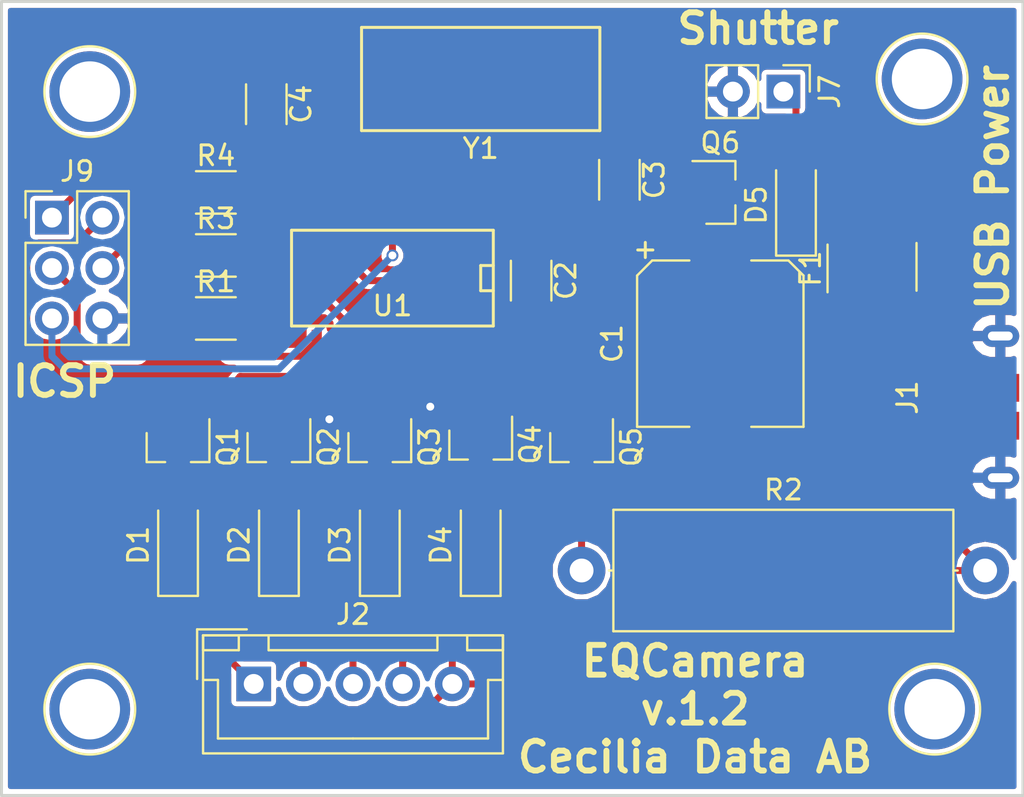
<source format=kicad_pcb>
(kicad_pcb (version 4) (host pcbnew 4.0.7-e2-6376~58~ubuntu16.04.1)
  (layers (0 F.Cu signal hide) (31 B.Cu signal) (34 B.Paste user) (35 F.Paste user) (36 B.SilkS user) (37 F.SilkS user) (38 B.Mask user) (39 F.Mask user) (44 Edge.Cuts user))
  (net 0 "")
  (net 1 +5VD)
  (net 2 GNDD)
  (net 3 "Net-(D1-Pad2)")
  (net 4 "Net-(D2-Pad2)")
  (net 5 "Net-(D3-Pad2)")
  (net 6 "Net-(D4-Pad2)")
  (net 7 "Net-(F1-Pad1)")
  (net 8 "Net-(Q5-Pad3)")
  (net 9 "Net-(Q6-Pad1)")
  (net 10 /XTAL1)
  (net 11 /XTAL2)
  (net 12 /SHUTTERN)
  (net 13 /MISO)
  (net 14 /SCK)
  (net 15 /MOSI)
  (net 16 /RESET)
  (net 17 /PA3)
  (net 18 /PA2)
  (net 19 /PA1)
  (net 20 /PA0)
  (net 21 /PA7)
  (net 22 "Net-(J9-Pad1)")
  (net 23 "Net-(J9-Pad3)")
  (net 24 "Net-(J9-Pad4)")
  (module Connectors:1pin (layer F.Cu) (at 176.53 96.615)
    (fp_text reference REF** hide)
    (fp_text value 1pin)
    (fp_circle (center 0 0) (end 0 -2.286) (layer F.SilkS) (width 0.12))
    (pad 1 thru_hole circle (at 0 0) (size 4.064 4.064) (drill 3.048) (layers *.Cu *.Mask))
  )
  (module Connectors:1pin (layer F.Cu) (at 134.62 97.25)
    (fp_text reference REF** hide)
    (fp_text value 1pin)
    (fp_circle (center 0 0) (end 0 -2.286) (layer F.SilkS) (width 0.12))
    (pad 1 thru_hole circle (at 0 0) (size 4.064 4.064) (drill 3.048) (layers *.Cu *.Mask))
  )
  (module Connectors:1pin (layer F.Cu) (at 134.62 128.365)
    (fp_text reference REF** hide)
    (fp_text value 1pin)
    (fp_circle (center 0 0) (end 0 -2.286) (layer F.SilkS) (width 0.12))
    (pad 1 thru_hole circle (at 0 0) (size 4.064 4.064) (drill 3.048) (layers *.Cu *.Mask))
  )
  (module Capacitors_SMD:CP_Elec_8x5.4 (layer F.Cu) (at 166.37 109.95 270)
    (fp_text reference C1 (at 0 5.45 270) (layer F.SilkS))
    (fp_text value 100u)
    (fp_text user + (at -4.72 3.85 270) (layer F.SilkS))
    (fp_line (start -4.19 -3.43) (end -4.19 -1.56) (layer F.SilkS) (width 0.12))
    (fp_line (start -4.19 3.43) (end -4.19 1.56) (layer F.SilkS) (width 0.12))
    (fp_line (start 4.19 4.19) (end 4.19 1.56) (layer F.SilkS) (width 0.12))
    (fp_line (start 4.19 -4.19) (end 4.19 -1.56) (layer F.SilkS) (width 0.12))
    (fp_line (start 4.19 4.19) (end -3.43 4.19) (layer F.SilkS) (width 0.12))
    (fp_line (start -3.43 4.19) (end -4.19 3.43) (layer F.SilkS) (width 0.12))
    (fp_line (start -4.19 -3.43) (end -3.43 -4.19) (layer F.SilkS) (width 0.12))
    (fp_line (start -3.43 -4.19) (end 4.19 -4.19) (layer F.SilkS) (width 0.12))
    (pad 1 smd rect (at -3.05 0 90) (size 4 2.5) (layers F.Cu F.Paste F.Mask) (net 1 +5VD))
    (pad 2 smd rect (at 3.05 0 90) (size 4 2.5) (layers F.Cu F.Paste F.Mask) (net 2 GNDD))
  )
  (module SMD_Packages:SOIC-14_N (layer F.Cu) (at 149.86 106.775 180)
    (fp_text reference U1 (at 0 -1.27 180) (layer F.SilkS))
    (fp_text value ATTINY441-SSU)
    (fp_line (start 5.08 -2.286) (end 5.08 2.54) (layer F.SilkS) (width 0.15))
    (fp_line (start 5.08 2.54) (end -5.08 2.54) (layer F.SilkS) (width 0.15))
    (fp_line (start -5.08 2.54) (end -5.08 -2.286) (layer F.SilkS) (width 0.15))
    (fp_line (start -5.08 -2.286) (end 5.08 -2.286) (layer F.SilkS) (width 0.15))
    (fp_line (start -5.08 -0.508) (end -4.445 -0.508) (layer F.SilkS) (width 0.15))
    (fp_line (start -4.445 -0.508) (end -4.445 0.762) (layer F.SilkS) (width 0.15))
    (fp_line (start -4.445 0.762) (end -5.08 0.762) (layer F.SilkS) (width 0.15))
    (pad 1 smd rect (at -3.81 3.302 180) (size 0.508 1.143) (layers F.Cu F.Paste F.Mask) (net 1 +5VD))
    (pad 2 smd rect (at -2.54 3.302 180) (size 0.508 1.143) (layers F.Cu F.Paste F.Mask) (net 10 /XTAL1))
    (pad 3 smd rect (at -1.27 3.302 180) (size 0.508 1.143) (layers F.Cu F.Paste F.Mask) (net 9 "Net-(Q6-Pad1)"))
    (pad 4 smd rect (at 0 3.302 180) (size 0.508 1.143) (layers F.Cu F.Paste F.Mask) (net 16 /RESET))
    (pad 5 smd rect (at 1.27 3.302 180) (size 0.508 1.143) (layers F.Cu F.Paste F.Mask) (net 11 /XTAL2))
    (pad 6 smd rect (at 2.54 3.302 180) (size 0.508 1.143) (layers F.Cu F.Paste F.Mask) (net 21 /PA7))
    (pad 7 smd rect (at 3.81 3.302 180) (size 0.508 1.143) (layers F.Cu F.Paste F.Mask) (net 15 /MOSI))
    (pad 8 smd rect (at 3.81 -3.048 180) (size 0.508 1.143) (layers F.Cu F.Paste F.Mask) (net 13 /MISO))
    (pad 9 smd rect (at 2.54 -3.048 180) (size 0.508 1.143) (layers F.Cu F.Paste F.Mask) (net 14 /SCK))
    (pad 11 smd rect (at 0 -3.048 180) (size 0.508 1.143) (layers F.Cu F.Paste F.Mask) (net 18 /PA2))
    (pad 12 smd rect (at -1.27 -3.048 180) (size 0.508 1.143) (layers F.Cu F.Paste F.Mask) (net 19 /PA1))
    (pad 13 smd rect (at -2.54 -3.048 180) (size 0.508 1.143) (layers F.Cu F.Paste F.Mask) (net 20 /PA0))
    (pad 14 smd rect (at -3.81 -3.048 180) (size 0.508 1.143) (layers F.Cu F.Paste F.Mask) (net 2 GNDD))
    (pad 10 smd rect (at 1.27 -3.048 180) (size 0.508 1.143) (layers F.Cu F.Paste F.Mask) (net 17 /PA3))
  )
  (module TO_SOT_Packages_SMD:SOT-23 (layer F.Cu) (at 139.065 115.157 270)
    (fp_text reference Q1 (at 0 -2.5 270) (layer F.SilkS))
    (fp_text value Q_NMOS_GDS)
    (fp_line (start 0.76 1.58) (end 0.76 0.65) (layer F.SilkS) (width 0.12))
    (fp_line (start 0.76 -1.58) (end 0.76 -0.65) (layer F.SilkS) (width 0.12))
    (fp_line (start 0.76 -1.58) (end -1.4 -1.58) (layer F.SilkS) (width 0.12))
    (fp_line (start 0.76 1.58) (end -0.7 1.58) (layer F.SilkS) (width 0.12))
    (pad 1 smd rect (at -1 -0.95 270) (size 0.9 0.8) (layers F.Cu F.Paste F.Mask) (net 17 /PA3))
    (pad 2 smd rect (at -1 0.95 270) (size 0.9 0.8) (layers F.Cu F.Paste F.Mask) (net 2 GNDD))
    (pad 3 smd rect (at 1 0 270) (size 0.9 0.8) (layers F.Cu F.Paste F.Mask) (net 3 "Net-(D1-Pad2)"))
  )
  (module TO_SOT_Packages_SMD:SOT-23 (layer F.Cu) (at 144.145 115.157 270)
    (fp_text reference Q2 (at 0 -2.5 270) (layer F.SilkS))
    (fp_text value Q_NMOS_GDS)
    (fp_line (start 0.76 1.58) (end 0.76 0.65) (layer F.SilkS) (width 0.12))
    (fp_line (start 0.76 -1.58) (end 0.76 -0.65) (layer F.SilkS) (width 0.12))
    (fp_line (start 0.76 -1.58) (end -1.4 -1.58) (layer F.SilkS) (width 0.12))
    (fp_line (start 0.76 1.58) (end -0.7 1.58) (layer F.SilkS) (width 0.12))
    (pad 1 smd rect (at -1 -0.95 270) (size 0.9 0.8) (layers F.Cu F.Paste F.Mask) (net 18 /PA2))
    (pad 2 smd rect (at -1 0.95 270) (size 0.9 0.8) (layers F.Cu F.Paste F.Mask) (net 2 GNDD))
    (pad 3 smd rect (at 1 0 270) (size 0.9 0.8) (layers F.Cu F.Paste F.Mask) (net 4 "Net-(D2-Pad2)"))
  )
  (module TO_SOT_Packages_SMD:SOT-23 (layer F.Cu) (at 149.225 115.157 270)
    (fp_text reference Q3 (at 0 -2.5 270) (layer F.SilkS))
    (fp_text value Q_NMOS_GDS)
    (fp_line (start 0.76 1.58) (end 0.76 0.65) (layer F.SilkS) (width 0.12))
    (fp_line (start 0.76 -1.58) (end 0.76 -0.65) (layer F.SilkS) (width 0.12))
    (fp_line (start 0.76 -1.58) (end -1.4 -1.58) (layer F.SilkS) (width 0.12))
    (fp_line (start 0.76 1.58) (end -0.7 1.58) (layer F.SilkS) (width 0.12))
    (pad 1 smd rect (at -1 -0.95 270) (size 0.9 0.8) (layers F.Cu F.Paste F.Mask) (net 19 /PA1))
    (pad 2 smd rect (at -1 0.95 270) (size 0.9 0.8) (layers F.Cu F.Paste F.Mask) (net 2 GNDD))
    (pad 3 smd rect (at 1 0 270) (size 0.9 0.8) (layers F.Cu F.Paste F.Mask) (net 5 "Net-(D3-Pad2)"))
  )
  (module TO_SOT_Packages_SMD:SOT-23 (layer F.Cu) (at 154.305 115.03 270)
    (fp_text reference Q4 (at 0 -2.5 270) (layer F.SilkS))
    (fp_text value Q_NMOS_GDS)
    (fp_line (start 0.76 1.58) (end 0.76 0.65) (layer F.SilkS) (width 0.12))
    (fp_line (start 0.76 -1.58) (end 0.76 -0.65) (layer F.SilkS) (width 0.12))
    (fp_line (start 0.76 -1.58) (end -1.4 -1.58) (layer F.SilkS) (width 0.12))
    (fp_line (start 0.76 1.58) (end -0.7 1.58) (layer F.SilkS) (width 0.12))
    (pad 1 smd rect (at -1 -0.95 270) (size 0.9 0.8) (layers F.Cu F.Paste F.Mask) (net 20 /PA0))
    (pad 2 smd rect (at -1 0.95 270) (size 0.9 0.8) (layers F.Cu F.Paste F.Mask) (net 2 GNDD))
    (pad 3 smd rect (at 1 0 270) (size 0.9 0.8) (layers F.Cu F.Paste F.Mask) (net 6 "Net-(D4-Pad2)"))
  )
  (module TO_SOT_Packages_SMD:SOT-23 (layer F.Cu) (at 159.385 115.157 270)
    (fp_text reference Q5 (at 0 -2.5 270) (layer F.SilkS))
    (fp_text value Q_NMOS_GDS)
    (fp_line (start 0.76 1.58) (end 0.76 0.65) (layer F.SilkS) (width 0.12))
    (fp_line (start 0.76 -1.58) (end 0.76 -0.65) (layer F.SilkS) (width 0.12))
    (fp_line (start 0.76 -1.58) (end -1.4 -1.58) (layer F.SilkS) (width 0.12))
    (fp_line (start 0.76 1.58) (end -0.7 1.58) (layer F.SilkS) (width 0.12))
    (pad 1 smd rect (at -1 -0.95 270) (size 0.9 0.8) (layers F.Cu F.Paste F.Mask) (net 21 /PA7))
    (pad 2 smd rect (at -1 0.95 270) (size 0.9 0.8) (layers F.Cu F.Paste F.Mask) (net 2 GNDD))
    (pad 3 smd rect (at 1 0 270) (size 0.9 0.8) (layers F.Cu F.Paste F.Mask) (net 8 "Net-(Q5-Pad3)"))
  )
  (module Pin_Headers:Pin_Header_Straight_2x03_Pitch2.54mm (layer F.Cu) (at 132.715 103.6)
    (fp_text reference J9 (at 1.27 -2.33) (layer F.SilkS))
    (fp_text value Conn_02x03_Odd_Even)
    (fp_line (start -1.33 6.41) (end 3.87 6.41) (layer F.SilkS) (width 0.12))
    (fp_line (start -1.33 1.27) (end -1.33 6.41) (layer F.SilkS) (width 0.12))
    (fp_line (start 3.87 -1.33) (end 3.87 6.41) (layer F.SilkS) (width 0.12))
    (fp_line (start -1.33 1.27) (end 1.27 1.27) (layer F.SilkS) (width 0.12))
    (fp_line (start 1.27 1.27) (end 1.27 -1.33) (layer F.SilkS) (width 0.12))
    (fp_line (start 1.27 -1.33) (end 3.87 -1.33) (layer F.SilkS) (width 0.12))
    (fp_line (start -1.33 0) (end -1.33 -1.33) (layer F.SilkS) (width 0.12))
    (fp_line (start -1.33 -1.33) (end 0 -1.33) (layer F.SilkS) (width 0.12))
    (pad 1 thru_hole rect (at 0 0) (size 1.7 1.7) (drill 1) (layers *.Cu *.Mask) (net 22 "Net-(J9-Pad1)"))
    (pad 2 thru_hole oval (at 2.54 0) (size 1.7 1.7) (drill 1) (layers *.Cu *.Mask) (net 1 +5VD))
    (pad 3 thru_hole oval (at 0 2.54) (size 1.7 1.7) (drill 1) (layers *.Cu *.Mask) (net 23 "Net-(J9-Pad3)"))
    (pad 4 thru_hole oval (at 2.54 2.54) (size 1.7 1.7) (drill 1) (layers *.Cu *.Mask) (net 24 "Net-(J9-Pad4)"))
    (pad 5 thru_hole oval (at 0 5.08) (size 1.7 1.7) (drill 1) (layers *.Cu *.Mask) (net 16 /RESET))
    (pad 6 thru_hole oval (at 2.54 5.08) (size 1.7 1.7) (drill 1) (layers *.Cu *.Mask) (net 2 GNDD))
  )
  (module Capacitors_SMD:C_1206 (layer F.Cu) (at 156.845 106.775 270)
    (fp_text reference C2 (at 0 -1.75 270) (layer F.SilkS))
    (fp_text value 100n)
    (fp_line (start 1 -1.02) (end -1 -1.02) (layer F.SilkS) (width 0.12))
    (fp_line (start -1 1.02) (end 1 1.02) (layer F.SilkS) (width 0.12))
    (pad 1 smd rect (at -1.5 0 270) (size 1 1.6) (layers F.Cu F.Paste F.Mask) (net 1 +5VD))
    (pad 2 smd rect (at 1.5 0 270) (size 1 1.6) (layers F.Cu F.Paste F.Mask) (net 2 GNDD))
  )
  (module Capacitors_SMD:C_1206 (layer F.Cu) (at 161.29 101.695 270)
    (fp_text reference C3 (at 0 -1.75 270) (layer F.SilkS))
    (fp_text value 20p)
    (fp_line (start 1 -1.02) (end -1 -1.02) (layer F.SilkS) (width 0.12))
    (fp_line (start -1 1.02) (end 1 1.02) (layer F.SilkS) (width 0.12))
    (pad 1 smd rect (at -1.5 0 270) (size 1 1.6) (layers F.Cu F.Paste F.Mask) (net 10 /XTAL1))
    (pad 2 smd rect (at 1.5 0 270) (size 1 1.6) (layers F.Cu F.Paste F.Mask) (net 2 GNDD))
  )
  (module Capacitors_SMD:C_1206 (layer F.Cu) (at 143.51 97.885 270)
    (fp_text reference C4 (at 0 -1.75 270) (layer F.SilkS))
    (fp_text value 20p)
    (fp_line (start 1 -1.02) (end -1 -1.02) (layer F.SilkS) (width 0.12))
    (fp_line (start -1 1.02) (end 1 1.02) (layer F.SilkS) (width 0.12))
    (pad 1 smd rect (at -1.5 0 270) (size 1 1.6) (layers F.Cu F.Paste F.Mask) (net 11 /XTAL2))
    (pad 2 smd rect (at 1.5 0 270) (size 1 1.6) (layers F.Cu F.Paste F.Mask) (net 2 GNDD))
  )
  (module Resistors_THT:R_Axial_DIN0617_L17.0mm_D6.0mm_P20.32mm_Horizontal (layer F.Cu) (at 159.385 121.38)
    (fp_text reference R2 (at 10.16 -4.06) (layer F.SilkS))
    (fp_text value 39)
    (fp_line (start 1.6 -3.06) (end 1.6 3.06) (layer F.SilkS) (width 0.12))
    (fp_line (start 1.6 3.06) (end 18.72 3.06) (layer F.SilkS) (width 0.12))
    (fp_line (start 18.72 3.06) (end 18.72 -3.06) (layer F.SilkS) (width 0.12))
    (fp_line (start 18.72 -3.06) (end 1.6 -3.06) (layer F.SilkS) (width 0.12))
    (fp_line (start 1.38 0) (end 1.6 0) (layer F.SilkS) (width 0.12))
    (fp_line (start 18.94 0) (end 18.72 0) (layer F.SilkS) (width 0.12))
    (pad 1 thru_hole circle (at 0 0) (size 2.4 2.4) (drill 1.2) (layers *.Cu *.Mask) (net 8 "Net-(Q5-Pad3)"))
    (pad 2 thru_hole oval (at 20.32 0) (size 2.4 2.4) (drill 1.2) (layers *.Cu *.Mask) (net 1 +5VD))
  )
  (module Pin_Headers:Pin_Header_Straight_1x02_Pitch2.54mm (layer F.Cu) (at 169.545 97.25 270)
    (fp_text reference J7 (at 0 -2.33 270) (layer F.SilkS))
    (fp_text value Conn_01x02)
    (fp_line (start -1.33 3.87) (end 1.33 3.87) (layer F.SilkS) (width 0.12))
    (fp_line (start -1.33 1.27) (end -1.33 3.87) (layer F.SilkS) (width 0.12))
    (fp_line (start 1.33 1.27) (end 1.33 3.87) (layer F.SilkS) (width 0.12))
    (fp_line (start -1.33 1.27) (end 1.33 1.27) (layer F.SilkS) (width 0.12))
    (fp_line (start -1.33 0) (end -1.33 -1.33) (layer F.SilkS) (width 0.12))
    (fp_line (start -1.33 -1.33) (end 0 -1.33) (layer F.SilkS) (width 0.12))
    (pad 1 thru_hole rect (at 0 0 270) (size 1.7 1.7) (drill 1) (layers *.Cu *.Mask) (net 12 /SHUTTERN))
    (pad 2 thru_hole oval (at 0 2.54 270) (size 1.7 1.7) (drill 1) (layers *.Cu *.Mask) (net 2 GNDD))
  )
  (module TO_SOT_Packages_SMD:SOT-23 (layer F.Cu) (at 166.37 102.33)
    (fp_text reference Q6 (at 0 -2.5) (layer F.SilkS))
    (fp_text value Q_NMOS_GDS)
    (fp_line (start 0.76 1.58) (end 0.76 0.65) (layer F.SilkS) (width 0.12))
    (fp_line (start 0.76 -1.58) (end 0.76 -0.65) (layer F.SilkS) (width 0.12))
    (fp_line (start 0.76 -1.58) (end -1.4 -1.58) (layer F.SilkS) (width 0.12))
    (fp_line (start 0.76 1.58) (end -0.7 1.58) (layer F.SilkS) (width 0.12))
    (pad 1 smd rect (at -1 -0.95) (size 0.9 0.8) (layers F.Cu F.Paste F.Mask) (net 9 "Net-(Q6-Pad1)"))
    (pad 2 smd rect (at -1 0.95) (size 0.9 0.8) (layers F.Cu F.Paste F.Mask) (net 2 GNDD))
    (pad 3 smd rect (at 1 0) (size 0.9 0.8) (layers F.Cu F.Paste F.Mask) (net 12 /SHUTTERN))
  )
  (module lasse:Resonator-SMD_2pin_10.0x5.0x4.5mm (layer F.Cu) (at 154.305 96.615 180)
    (fp_text reference Y1 (at 0 -3.5 180) (layer F.SilkS))
    (fp_text value Crystal)
    (fp_line (start -6 -2.6) (end 6 -2.6) (layer F.SilkS) (width 0.15))
    (fp_line (start 6 -2.6) (end 6 2.6) (layer F.SilkS) (width 0.15))
    (fp_line (start 6 2.6) (end -6 2.6) (layer F.SilkS) (width 0.15))
    (fp_line (start -6 2.6) (end -6 -2.6) (layer F.SilkS) (width 0.15))
    (pad 1 smd rect (at -5.25 0 180) (size 5.5 2) (layers F.Cu F.Paste F.Mask) (net 10 /XTAL1))
    (pad 2 smd rect (at 5.25 0 180) (size 5.5 2) (layers F.Cu F.Paste F.Mask) (net 11 /XTAL2))
  )
  (module Diodes_SMD:D_MiniMELF (layer F.Cu) (at 139.065 120.11 90)
    (fp_text reference D1 (at 0 -2 90) (layer F.SilkS))
    (fp_text value 1N4148)
    (fp_line (start 1.75 -1) (end -2.55 -1) (layer F.SilkS) (width 0.12))
    (fp_line (start -2.55 -1) (end -2.55 1) (layer F.SilkS) (width 0.12))
    (fp_line (start -2.55 1) (end 1.75 1) (layer F.SilkS) (width 0.12))
    (pad 1 smd rect (at -1.75 0 90) (size 1.3 1.7) (layers F.Cu F.Paste F.Mask) (net 1 +5VD))
    (pad 2 smd rect (at 1.75 0 90) (size 1.3 1.7) (layers F.Cu F.Paste F.Mask) (net 3 "Net-(D1-Pad2)"))
  )
  (module Diodes_SMD:D_MiniMELF (layer F.Cu) (at 144.145 120.11 90)
    (fp_text reference D2 (at 0 -2 90) (layer F.SilkS))
    (fp_text value 1N4148)
    (fp_line (start 1.75 -1) (end -2.55 -1) (layer F.SilkS) (width 0.12))
    (fp_line (start -2.55 -1) (end -2.55 1) (layer F.SilkS) (width 0.12))
    (fp_line (start -2.55 1) (end 1.75 1) (layer F.SilkS) (width 0.12))
    (pad 1 smd rect (at -1.75 0 90) (size 1.3 1.7) (layers F.Cu F.Paste F.Mask) (net 1 +5VD))
    (pad 2 smd rect (at 1.75 0 90) (size 1.3 1.7) (layers F.Cu F.Paste F.Mask) (net 4 "Net-(D2-Pad2)"))
  )
  (module Diodes_SMD:D_MiniMELF (layer F.Cu) (at 149.225 120.11 90)
    (fp_text reference D3 (at 0 -2 90) (layer F.SilkS))
    (fp_text value 1N4148)
    (fp_line (start 1.75 -1) (end -2.55 -1) (layer F.SilkS) (width 0.12))
    (fp_line (start -2.55 -1) (end -2.55 1) (layer F.SilkS) (width 0.12))
    (fp_line (start -2.55 1) (end 1.75 1) (layer F.SilkS) (width 0.12))
    (pad 1 smd rect (at -1.75 0 90) (size 1.3 1.7) (layers F.Cu F.Paste F.Mask) (net 1 +5VD))
    (pad 2 smd rect (at 1.75 0 90) (size 1.3 1.7) (layers F.Cu F.Paste F.Mask) (net 5 "Net-(D3-Pad2)"))
  )
  (module Diodes_SMD:D_MiniMELF (layer F.Cu) (at 154.305 120.11 90)
    (fp_text reference D4 (at 0 -2 90) (layer F.SilkS))
    (fp_text value 1N4148)
    (fp_line (start 1.75 -1) (end -2.55 -1) (layer F.SilkS) (width 0.12))
    (fp_line (start -2.55 -1) (end -2.55 1) (layer F.SilkS) (width 0.12))
    (fp_line (start -2.55 1) (end 1.75 1) (layer F.SilkS) (width 0.12))
    (pad 1 smd rect (at -1.75 0 90) (size 1.3 1.7) (layers F.Cu F.Paste F.Mask) (net 1 +5VD))
    (pad 2 smd rect (at 1.75 0 90) (size 1.3 1.7) (layers F.Cu F.Paste F.Mask) (net 6 "Net-(D4-Pad2)"))
  )
  (module lasse:Fuse_SMS-5.2x4.2mm (layer F.Cu) (at 173.99 106.14 90)
    (fp_text reference F1 (at -0.03 -3.08 90) (layer F.SilkS))
    (fp_text value Polyfuse)
    (fp_line (start -1.14 2.26) (end 1.26 2.26) (layer F.SilkS) (width 0.12))
    (fp_line (start -1.22 -2.22) (end 1.18 -2.22) (layer F.SilkS) (width 0.12))
    (pad 2 smd rect (at 2.5 0 90) (size 2.2 4.2) (layers F.Cu F.Paste F.Mask) (net 1 +5VD))
    (pad 1 smd rect (at -2.5 0 90) (size 2.2 4.2) (layers F.Cu F.Paste F.Mask) (net 7 "Net-(F1-Pad1)"))
  )
  (module lasse:USB_Micro-USB3135-30-A (layer F.Cu) (at 179.07 113.125 90)
    (fp_text reference J1 (at 0.46 -3.28 90) (layer F.SilkS))
    (fp_text value USB_OTG)
    (pad 6 thru_hole oval (at -3.58 1.4 90) (size 1.1 1.9) (drill oval 0.45 1.25) (layers *.Cu *.Mask) (net 2 GNDD))
    (pad 6 smd rect (at 0.95 1.4 90) (size 1.4 1.9) (layers F.Cu F.Paste F.Mask) (net 2 GNDD))
    (pad 6 thru_hole oval (at 3.56 1.4 90) (size 1.1 1.9) (drill oval 0.45 1.25) (layers *.Cu *.Mask) (net 2 GNDD))
    (pad 1 smd rect (at 1.29 -1.27 90) (size 0.45 1.38) (layers F.Cu F.Paste F.Mask) (net 7 "Net-(F1-Pad1)"))
    (pad 2 smd rect (at 0.64 -1.27 90) (size 0.45 1.38) (layers F.Cu F.Paste F.Mask))
    (pad 3 smd rect (at -0.01 -1.27 90) (size 0.45 1.38) (layers F.Cu F.Paste F.Mask))
    (pad 4 smd rect (at -0.66 -1.27 90) (size 0.45 1.38) (layers F.Cu F.Paste F.Mask))
    (pad 5 smd rect (at -1.32 -1.27 90) (size 0.45 1.38) (layers F.Cu F.Paste F.Mask) (net 2 GNDD))
    (pad 6 smd rect (at -0.96 1.4 90) (size 1.4 1.9) (layers F.Cu F.Paste F.Mask) (net 2 GNDD))
  )
  (module Connectors:1pin (layer F.Cu) (at 177.165 128.365)
    (fp_text reference REF** hide)
    (fp_text value 1pin)
    (fp_circle (center 0 0) (end 0 -2.286) (layer F.SilkS) (width 0.12))
    (pad 1 thru_hole circle (at 0 0) (size 4.064 4.064) (drill 3.048) (layers *.Cu *.Mask))
  )
  (module Connectors_JST:JST_XH_B05B-XH-A_05x2.50mm_Straight (layer F.Cu) (at 142.875 127.095)
    (fp_text reference J2 (at 5 -3.5) (layer F.SilkS))
    (fp_text value Conn_01x05)
    (fp_line (start -2.55 -2.45) (end -2.55 3.5) (layer F.SilkS) (width 0.12))
    (fp_line (start -2.55 3.5) (end 12.55 3.5) (layer F.SilkS) (width 0.12))
    (fp_line (start 12.55 3.5) (end 12.55 -2.45) (layer F.SilkS) (width 0.12))
    (fp_line (start 12.55 -2.45) (end -2.55 -2.45) (layer F.SilkS) (width 0.12))
    (fp_line (start 0.75 -2.45) (end 0.75 -1.7) (layer F.SilkS) (width 0.12))
    (fp_line (start 0.75 -1.7) (end 9.25 -1.7) (layer F.SilkS) (width 0.12))
    (fp_line (start 9.25 -1.7) (end 9.25 -2.45) (layer F.SilkS) (width 0.12))
    (fp_line (start 9.25 -2.45) (end 0.75 -2.45) (layer F.SilkS) (width 0.12))
    (fp_line (start -2.55 -2.45) (end -2.55 -1.7) (layer F.SilkS) (width 0.12))
    (fp_line (start -2.55 -1.7) (end -0.75 -1.7) (layer F.SilkS) (width 0.12))
    (fp_line (start -0.75 -1.7) (end -0.75 -2.45) (layer F.SilkS) (width 0.12))
    (fp_line (start -0.75 -2.45) (end -2.55 -2.45) (layer F.SilkS) (width 0.12))
    (fp_line (start 10.75 -2.45) (end 10.75 -1.7) (layer F.SilkS) (width 0.12))
    (fp_line (start 10.75 -1.7) (end 12.55 -1.7) (layer F.SilkS) (width 0.12))
    (fp_line (start 12.55 -1.7) (end 12.55 -2.45) (layer F.SilkS) (width 0.12))
    (fp_line (start 12.55 -2.45) (end 10.75 -2.45) (layer F.SilkS) (width 0.12))
    (fp_line (start -2.55 -0.2) (end -1.8 -0.2) (layer F.SilkS) (width 0.12))
    (fp_line (start -1.8 -0.2) (end -1.8 2.75) (layer F.SilkS) (width 0.12))
    (fp_line (start -1.8 2.75) (end 5 2.75) (layer F.SilkS) (width 0.12))
    (fp_line (start 12.55 -0.2) (end 11.8 -0.2) (layer F.SilkS) (width 0.12))
    (fp_line (start 11.8 -0.2) (end 11.8 2.75) (layer F.SilkS) (width 0.12))
    (fp_line (start 11.8 2.75) (end 5 2.75) (layer F.SilkS) (width 0.12))
    (fp_line (start -0.35 -2.75) (end -2.85 -2.75) (layer F.SilkS) (width 0.12))
    (fp_line (start -2.85 -2.75) (end -2.85 -0.25) (layer F.SilkS) (width 0.12))
    (pad 1 thru_hole rect (at 0 0) (size 1.75 1.75) (drill 1) (layers *.Cu *.Mask) (net 3 "Net-(D1-Pad2)"))
    (pad 2 thru_hole circle (at 2.5 0) (size 1.75 1.75) (drill 1) (layers *.Cu *.Mask) (net 4 "Net-(D2-Pad2)"))
    (pad 3 thru_hole circle (at 5 0) (size 1.75 1.75) (drill 1) (layers *.Cu *.Mask) (net 5 "Net-(D3-Pad2)"))
    (pad 4 thru_hole circle (at 7.5 0) (size 1.75 1.75) (drill 1) (layers *.Cu *.Mask) (net 6 "Net-(D4-Pad2)"))
    (pad 5 thru_hole circle (at 10 0) (size 1.75 1.75) (drill 1) (layers *.Cu *.Mask) (net 1 +5VD))
  )
  (module Diodes_SMD:D_MiniMELF (layer F.Cu) (at 170.18 102.965 90)
    (fp_text reference D5 (at 0 -2 90) (layer F.SilkS))
    (fp_text value 1N4148)
    (fp_line (start 1.75 -1) (end -2.55 -1) (layer F.SilkS) (width 0.12))
    (fp_line (start -2.55 -1) (end -2.55 1) (layer F.SilkS) (width 0.12))
    (fp_line (start -2.55 1) (end 1.75 1) (layer F.SilkS) (width 0.12))
    (pad 1 smd rect (at -1.75 0 90) (size 1.3 1.7) (layers F.Cu F.Paste F.Mask) (net 1 +5VD))
    (pad 2 smd rect (at 1.75 0 90) (size 1.3 1.7) (layers F.Cu F.Paste F.Mask) (net 12 /SHUTTERN))
  )
  (module Resistors_SMD:R_1206_HandSoldering (layer F.Cu) (at 140.97 108.68)
    (fp_text reference R1 (at 0 -1.85) (layer F.SilkS))
    (fp_text value 680)
    (fp_line (start 1 1.07) (end -1 1.07) (layer F.SilkS) (width 0.12))
    (fp_line (start -1 -1.07) (end 1 -1.07) (layer F.SilkS) (width 0.12))
    (pad 1 smd rect (at -2 0) (size 2 1.7) (layers F.Cu F.Paste F.Mask) (net 23 "Net-(J9-Pad3)"))
    (pad 2 smd rect (at 2 0) (size 2 1.7) (layers F.Cu F.Paste F.Mask) (net 14 /SCK))
  )
  (module Resistors_SMD:R_1206_HandSoldering (layer F.Cu) (at 140.97 105.505)
    (fp_text reference R3 (at 0 -1.85) (layer F.SilkS))
    (fp_text value 680)
    (fp_line (start 1 1.07) (end -1 1.07) (layer F.SilkS) (width 0.12))
    (fp_line (start -1 -1.07) (end 1 -1.07) (layer F.SilkS) (width 0.12))
    (pad 1 smd rect (at -2 0) (size 2 1.7) (layers F.Cu F.Paste F.Mask) (net 22 "Net-(J9-Pad1)"))
    (pad 2 smd rect (at 2 0) (size 2 1.7) (layers F.Cu F.Paste F.Mask) (net 13 /MISO))
  )
  (module Resistors_SMD:R_1206_HandSoldering (layer F.Cu) (at 140.97 102.33)
    (fp_text reference R4 (at 0 -1.85) (layer F.SilkS))
    (fp_text value 680)
    (fp_line (start 1 1.07) (end -1 1.07) (layer F.SilkS) (width 0.12))
    (fp_line (start -1 -1.07) (end 1 -1.07) (layer F.SilkS) (width 0.12))
    (pad 1 smd rect (at -2 0) (size 2 1.7) (layers F.Cu F.Paste F.Mask) (net 24 "Net-(J9-Pad4)"))
    (pad 2 smd rect (at 2 0) (size 2 1.7) (layers F.Cu F.Paste F.Mask) (net 15 /MOSI))
  )
  (gr_text "USB Power" (at 180.086 102.076 90) (layer F.SilkS) (effects (font (size 1.5 1.5) (thickness 0.3))))
  (gr_text ICSP (at 133.35 111.855) (layer F.SilkS) (effects (font (size 1.5 1.5) (thickness 0.3))))
  (gr_text "EQCamera\nv.1.2\nCecilia Data AB" (at 165.1 128.365) (layer F.SilkS) (effects (font (size 1.5 1.5) (thickness 0.3))))
  (gr_text Shutter (at 168.275 94.075) (layer F.SilkS) (effects (font (size 1.5 1.5) (thickness 0.3))))
  (gr_line (start 130.175 132.715) (end 130.175 92.71) (angle 90) (layer Edge.Cuts) (width 0.15))
  (gr_line (start 181.61 132.715) (end 130.175 132.715) (angle 90) (layer Edge.Cuts) (width 0.15))
  (gr_line (start 181.61 92.71) (end 181.61 132.715) (angle 90) (layer Edge.Cuts) (width 0.15))
  (gr_line (start 130.175 92.71) (end 181.61 92.71) (angle 90) (layer Edge.Cuts) (width 0.15))
  (segment (start 170.18 104.715) (end 171.255 103.64) (width 0.35) (layer F.Cu) (net 1))
  (segment (start 171.255 103.64) (end 173.99 103.64) (width 0.35) (layer F.Cu) (net 1))
  (segment (start 131.445 119.475) (end 131.445 121.38) (width 0.35) (layer F.Cu) (net 1))
  (segment (start 133.985 104.87) (end 132.08 104.87) (width 0.35) (layer F.Cu) (net 1))
  (segment (start 132.08 104.87) (end 131.445 105.505) (width 0.35) (layer F.Cu) (net 1))
  (segment (start 131.445 105.505) (end 131.445 119.475) (width 0.35) (layer F.Cu) (net 1))
  (segment (start 135.255 103.6) (end 133.985 104.87) (width 0.35) (layer F.Cu) (net 1))
  (segment (start 134.62 124.555) (end 139.065 124.555) (width 0.35) (layer F.Cu) (net 1))
  (segment (start 131.445 121.38) (end 134.62 124.555) (width 0.35) (layer F.Cu) (net 1))
  (segment (start 149.225 121.86) (end 148.435 121.86) (width 0.35) (layer F.Cu) (net 1))
  (segment (start 148.435 121.86) (end 146.685 120.11) (width 0.35) (layer F.Cu) (net 1))
  (segment (start 146.685 120.11) (end 146.685 115.03) (width 0.35) (layer F.Cu) (net 1))
  (segment (start 144.145 121.86) (end 142.72 121.86) (width 0.35) (layer F.Cu) (net 1))
  (segment (start 156.21 120.745) (end 155.095 121.86) (width 0.35) (layer F.Cu) (net 1))
  (segment (start 156.21 115.03) (end 156.21 120.745) (width 0.35) (layer F.Cu) (net 1))
  (segment (start 142.875 115.03) (end 146.685 115.03) (width 0.35) (layer F.Cu) (net 1))
  (segment (start 146.685 115.03) (end 156.21 115.03) (width 0.35) (layer F.Cu) (net 1))
  (segment (start 142.24 115.665) (end 142.875 115.03) (width 0.35) (layer F.Cu) (net 1))
  (segment (start 142.24 121.38) (end 142.24 115.665) (width 0.35) (layer F.Cu) (net 1))
  (segment (start 142.72 121.86) (end 142.24 121.38) (width 0.35) (layer F.Cu) (net 1))
  (segment (start 155.095 121.86) (end 154.305 121.86) (width 0.35) (layer F.Cu) (net 1))
  (segment (start 179.705 121.38) (end 177.165 121.38) (width 0.35) (layer F.Cu) (net 1))
  (segment (start 171.45 127.095) (end 152.875 127.095) (width 0.35) (layer F.Cu) (net 1))
  (segment (start 177.165 121.38) (end 171.45 127.095) (width 0.35) (layer F.Cu) (net 1))
  (segment (start 139.065 121.86) (end 139.065 124.555) (width 0.35) (layer F.Cu) (net 1))
  (segment (start 139.065 124.555) (end 139.065 127.095) (width 0.35) (layer F.Cu) (net 1))
  (segment (start 139.065 127.095) (end 141.605 129.635) (width 0.35) (layer F.Cu) (net 1))
  (segment (start 146.939 129.635) (end 150.335 129.635) (width 0.35) (layer F.Cu) (net 1))
  (segment (start 141.605 129.635) (end 146.939 129.635) (width 0.35) (layer F.Cu) (net 1))
  (segment (start 150.335 129.635) (end 152.875 127.095) (width 0.35) (layer F.Cu) (net 1))
  (segment (start 152.875 127.095) (end 152.875 124.715) (width 0.35) (layer F.Cu) (net 1))
  (segment (start 152.875 124.715) (end 154.305 123.285) (width 0.35) (layer F.Cu) (net 1))
  (segment (start 154.305 123.285) (end 154.305 121.86) (width 0.35) (layer F.Cu) (net 1))
  (segment (start 173.99 103.64) (end 173.99 101.06) (width 0.35) (layer F.Cu) (net 1))
  (segment (start 155.448 101.695) (end 154.686 102.457) (width 0.35) (layer F.Cu) (net 1))
  (segment (start 154.686 102.457) (end 153.67 103.473) (width 0.35) (layer F.Cu) (net 1))
  (segment (start 163.195 101.695) (end 155.448 101.695) (width 0.35) (layer F.Cu) (net 1))
  (segment (start 163.83 101.06) (end 163.195 101.695) (width 0.35) (layer F.Cu) (net 1))
  (segment (start 163.83 95.98) (end 163.83 101.06) (width 0.35) (layer F.Cu) (net 1))
  (segment (start 165.1 94.71) (end 163.83 95.98) (width 0.35) (layer F.Cu) (net 1))
  (segment (start 171.45 94.71) (end 165.1 94.71) (width 0.35) (layer F.Cu) (net 1))
  (segment (start 172.72 95.98) (end 171.45 94.71) (width 0.35) (layer F.Cu) (net 1))
  (segment (start 172.72 99.79) (end 172.72 95.98) (width 0.35) (layer F.Cu) (net 1))
  (segment (start 173.99 101.06) (end 172.72 99.79) (width 0.35) (layer F.Cu) (net 1))
  (segment (start 166.37 106.9) (end 158.47 106.9) (width 0.35) (layer F.Cu) (net 1))
  (segment (start 158.47 106.9) (end 156.845 105.275) (width 0.35) (layer F.Cu) (net 1))
  (segment (start 179.705 121.38) (end 166.37 108.045) (width 0.35) (layer F.Cu) (net 1))
  (segment (start 166.37 108.045) (end 166.37 106.9) (width 0.35) (layer F.Cu) (net 1))
  (segment (start 173.99 103.64) (end 170.73 106.9) (width 0.35) (layer F.Cu) (net 1))
  (segment (start 170.73 106.9) (end 166.37 106.9) (width 0.35) (layer F.Cu) (net 1))
  (segment (start 148.275 114.157) (end 147.082 114.157) (width 0.35) (layer F.Cu) (net 2))
  (via (at 146.685 113.76) (size 0.6) (drill 0.4) (layers F.Cu B.Cu) (net 2))
  (segment (start 147.082 114.157) (end 146.685 113.76) (width 0.35) (layer F.Cu) (net 2))
  (segment (start 153.355 114.03) (end 152.67 114.03) (width 0.35) (layer F.Cu) (net 2))
  (via (at 151.765 113.125) (size 0.6) (drill 0.4) (layers F.Cu B.Cu) (net 2))
  (segment (start 152.67 114.03) (end 151.765 113.125) (width 0.35) (layer F.Cu) (net 2))
  (segment (start 140.97 120.11) (end 140.97 118.84) (width 0.35) (layer F.Cu) (net 3))
  (segment (start 140.97 125.19) (end 140.97 120.11) (width 0.35) (layer F.Cu) (net 3))
  (segment (start 142.875 127.095) (end 140.97 125.19) (width 0.35) (layer F.Cu) (net 3))
  (segment (start 140.49 118.36) (end 139.065 118.36) (width 0.35) (layer F.Cu) (net 3))
  (segment (start 140.97 118.84) (end 140.49 118.36) (width 0.35) (layer F.Cu) (net 3))
  (segment (start 139.22 118.36) (end 139.065 118.36) (width 0.35) (layer F.Cu) (net 3))
  (segment (start 139.065 116.157) (end 139.065 118.36) (width 0.35) (layer F.Cu) (net 3))
  (segment (start 146.05 120.265) (end 146.05 118.84) (width 0.35) (layer F.Cu) (net 4))
  (segment (start 145.375 125.865) (end 146.05 125.19) (width 0.35) (layer F.Cu) (net 4))
  (segment (start 146.05 125.19) (end 146.05 120.265) (width 0.35) (layer F.Cu) (net 4))
  (segment (start 145.375 127.095) (end 145.375 125.865) (width 0.35) (layer F.Cu) (net 4))
  (segment (start 145.57 118.36) (end 144.145 118.36) (width 0.35) (layer F.Cu) (net 4))
  (segment (start 146.05 118.84) (end 145.57 118.36) (width 0.35) (layer F.Cu) (net 4))
  (segment (start 144.145 116.157) (end 144.145 118.36) (width 0.35) (layer F.Cu) (net 4))
  (segment (start 147.875 127.095) (end 147.875 125.27) (width 0.35) (layer F.Cu) (net 5))
  (segment (start 151.13 120.265) (end 149.225 118.36) (width 0.35) (layer F.Cu) (net 5))
  (segment (start 151.13 123.285) (end 151.13 120.265) (width 0.35) (layer F.Cu) (net 5))
  (segment (start 150.495 123.92) (end 151.13 123.285) (width 0.35) (layer F.Cu) (net 5))
  (segment (start 149.225 123.92) (end 150.495 123.92) (width 0.35) (layer F.Cu) (net 5))
  (segment (start 147.875 125.27) (end 149.225 123.92) (width 0.35) (layer F.Cu) (net 5))
  (segment (start 149.225 116.157) (end 149.225 118.36) (width 0.35) (layer F.Cu) (net 5))
  (segment (start 150.375 127.095) (end 150.375 125.945) (width 0.35) (layer F.Cu) (net 6))
  (segment (start 152.4 120.745) (end 154.305 118.84) (width 0.35) (layer F.Cu) (net 6))
  (segment (start 152.4 123.92) (end 152.4 120.745) (width 0.35) (layer F.Cu) (net 6))
  (segment (start 150.375 125.945) (end 152.4 123.92) (width 0.35) (layer F.Cu) (net 6))
  (segment (start 154.305 118.84) (end 154.305 118.36) (width 0.35) (layer F.Cu) (net 6))
  (segment (start 154.305 116.03) (end 154.305 118.36) (width 0.35) (layer F.Cu) (net 6))
  (segment (start 177.8 111.835) (end 174.605 108.64) (width 0.35) (layer F.Cu) (net 7))
  (segment (start 174.605 108.64) (end 173.99 108.64) (width 0.35) (layer F.Cu) (net 7))
  (segment (start 159.385 116.157) (end 159.385 121.38) (width 0.35) (layer F.Cu) (net 8))
  (segment (start 165.37 101.38) (end 165.37 101.425) (width 0.35) (layer F.Cu) (net 9))
  (segment (start 165.37 101.425) (end 163.83 102.965) (width 0.35) (layer F.Cu) (net 9))
  (segment (start 163.83 102.965) (end 163.83 104.235) (width 0.35) (layer F.Cu) (net 9))
  (segment (start 163.83 104.235) (end 163.195 104.87) (width 0.35) (layer F.Cu) (net 9))
  (segment (start 163.195 104.87) (end 160.02 104.87) (width 0.35) (layer F.Cu) (net 9))
  (segment (start 160.02 104.87) (end 158.75 103.6) (width 0.35) (layer F.Cu) (net 9))
  (segment (start 158.75 103.6) (end 155.575 103.6) (width 0.35) (layer F.Cu) (net 9))
  (segment (start 155.575 103.6) (end 154.305 104.87) (width 0.35) (layer F.Cu) (net 9))
  (segment (start 154.305 104.87) (end 151.13 104.87) (width 0.35) (layer F.Cu) (net 9))
  (segment (start 151.13 104.87) (end 151.13 103.473) (width 0.35) (layer F.Cu) (net 9))
  (segment (start 152.4 103.473) (end 152.4 100.425) (width 0.35) (layer F.Cu) (net 10))
  (segment (start 156.21 96.615) (end 159.555 96.615) (width 0.35) (layer F.Cu) (net 10))
  (segment (start 152.4 100.425) (end 156.21 96.615) (width 0.35) (layer F.Cu) (net 10))
  (segment (start 161.29 100.195) (end 159.555 97.825) (width 0.35) (layer F.Cu) (net 10))
  (segment (start 159.555 97.825) (end 159.555 96.615) (width 0.35) (layer F.Cu) (net 10))
  (segment (start 148.59 103.473) (end 149.055 103.008) (width 0.35) (layer F.Cu) (net 11))
  (segment (start 149.055 103.008) (end 149.055 96.615) (width 0.35) (layer F.Cu) (net 11))
  (segment (start 143.51 96.385) (end 143.74 96.615) (width 0.35) (layer F.Cu) (net 11))
  (segment (start 143.74 96.615) (end 149.055 96.615) (width 0.35) (layer F.Cu) (net 11))
  (segment (start 167.37 102.33) (end 167.37 101.965) (width 0.35) (layer F.Cu) (net 12))
  (segment (start 167.37 101.965) (end 168.12 101.215) (width 0.35) (layer F.Cu) (net 12))
  (segment (start 168.12 101.215) (end 170.18 101.215) (width 0.35) (layer F.Cu) (net 12))
  (segment (start 170.18 101.215) (end 170.18 99.155) (width 0.35) (layer F.Cu) (net 12))
  (segment (start 170.18 99.155) (end 170.18 97.885) (width 0.35) (layer F.Cu) (net 12))
  (segment (start 170.18 97.885) (end 169.545 97.25) (width 0.35) (layer F.Cu) (net 12))
  (segment (start 146.05 109.823) (end 145.288 110.585) (width 0.35) (layer F.Cu) (net 13))
  (segment (start 140.97 107.505) (end 142.97 105.505) (width 0.35) (layer F.Cu) (net 13))
  (segment (start 140.97 109.95) (end 140.97 107.505) (width 0.35) (layer F.Cu) (net 13))
  (segment (start 141.605 110.585) (end 140.97 109.95) (width 0.35) (layer F.Cu) (net 13))
  (segment (start 145.288 110.585) (end 141.605 110.585) (width 0.35) (layer F.Cu) (net 13))
  (segment (start 147.32 109.823) (end 147.32 110.585) (width 0.35) (layer F.Cu) (net 14))
  (segment (start 147.32 110.585) (end 147.32 109.315) (width 0.35) (layer F.Cu) (net 14))
  (segment (start 147.32 109.315) (end 147.32 108.68) (width 0.35) (layer F.Cu) (net 14))
  (segment (start 147.32 108.68) (end 146.685 108.045) (width 0.35) (layer F.Cu) (net 14))
  (segment (start 146.685 108.045) (end 143.605 108.045) (width 0.35) (layer F.Cu) (net 14))
  (segment (start 143.605 108.045) (end 142.97 108.68) (width 0.35) (layer F.Cu) (net 14))
  (segment (start 146.05 103.473) (end 146.05 102.33) (width 0.35) (layer F.Cu) (net 15))
  (segment (start 146.05 102.33) (end 142.97 102.33) (width 0.35) (layer F.Cu) (net 15))
  (segment (start 146.05 103.473) (end 146.05 103.6) (width 0.35) (layer F.Cu) (net 15))
  (segment (start 149.86 103.473) (end 149.86 105.505) (width 0.35) (layer F.Cu) (net 16))
  (segment (start 132.715 110.585) (end 132.715 108.68) (width 0.35) (layer B.Cu) (net 16))
  (segment (start 133.35 111.22) (end 132.715 110.585) (width 0.35) (layer B.Cu) (net 16))
  (segment (start 144.145 111.22) (end 133.35 111.22) (width 0.35) (layer B.Cu) (net 16))
  (segment (start 149.86 105.505) (end 144.145 111.22) (width 0.35) (layer B.Cu) (net 16))
  (via (at 149.86 105.505) (size 0.6) (drill 0.4) (layers F.Cu B.Cu) (net 16))
  (segment (start 148.59 109.823) (end 148.59 111.601) (width 0.35) (layer F.Cu) (net 17))
  (segment (start 142.19 111.601) (end 140.015 114.157) (width 0.35) (layer F.Cu) (net 17))
  (segment (start 142.24 111.601) (end 142.19 111.601) (width 0.35) (layer F.Cu) (net 17))
  (segment (start 148.59 111.601) (end 142.24 111.601) (width 0.35) (layer F.Cu) (net 17))
  (segment (start 149.86 109.823) (end 149.86 111.855) (width 0.35) (layer F.Cu) (net 18))
  (segment (start 146.54 112.363) (end 145.095 114.157) (width 0.35) (layer F.Cu) (net 18))
  (segment (start 149.225 112.363) (end 146.54 112.363) (width 0.35) (layer F.Cu) (net 18))
  (segment (start 149.86 111.855) (end 149.225 112.363) (width 0.35) (layer F.Cu) (net 18))
  (segment (start 151.13 109.823) (end 151.13 111.22) (width 0.35) (layer F.Cu) (net 19))
  (segment (start 151.13 112.345) (end 150.175 114.157) (width 0.35) (layer F.Cu) (net 19))
  (segment (start 151.13 111.22) (end 151.13 112.345) (width 0.35) (layer F.Cu) (net 19))
  (segment (start 152.4 109.823) (end 152.4 111.22) (width 0.35) (layer F.Cu) (net 20))
  (segment (start 155.255 112.805) (end 155.255 114.03) (width 0.35) (layer F.Cu) (net 20))
  (segment (start 154.305 111.855) (end 155.255 112.805) (width 0.35) (layer F.Cu) (net 20))
  (segment (start 153.035 111.855) (end 154.305 111.855) (width 0.35) (layer F.Cu) (net 20))
  (segment (start 152.4 111.22) (end 153.035 111.855) (width 0.35) (layer F.Cu) (net 20))
  (segment (start 160.335 114.157) (end 160.335 112.17) (width 0.35) (layer F.Cu) (net 21))
  (segment (start 147.32 105.505) (end 147.32 103.473) (width 0.35) (layer F.Cu) (net 21))
  (segment (start 148.59 106.775) (end 147.32 105.505) (width 0.35) (layer F.Cu) (net 21))
  (segment (start 152.4 106.775) (end 148.59 106.775) (width 0.35) (layer F.Cu) (net 21))
  (segment (start 156.845 111.22) (end 152.4 106.775) (width 0.35) (layer F.Cu) (net 21))
  (segment (start 159.385 111.22) (end 156.845 111.22) (width 0.35) (layer F.Cu) (net 21))
  (segment (start 160.335 112.17) (end 159.385 111.22) (width 0.35) (layer F.Cu) (net 21))
  (segment (start 138.97 105.505) (end 140.875 103.6) (width 0.35) (layer F.Cu) (net 22))
  (segment (start 135.35 100.965) (end 132.715 103.6) (width 0.35) (layer F.Cu) (net 22))
  (segment (start 140.875 100.965) (end 135.35 100.965) (width 0.35) (layer F.Cu) (net 22))
  (segment (start 140.875 101.155) (end 140.875 100.965) (width 0.35) (layer F.Cu) (net 22))
  (segment (start 140.875 103.6) (end 140.875 101.155) (width 0.35) (layer F.Cu) (net 22))
  (segment (start 132.715 103.6) (end 132.08 103.6) (width 0.35) (layer F.Cu) (net 22))
  (segment (start 138.97 108.68) (end 137.065 110.585) (width 0.35) (layer F.Cu) (net 23))
  (segment (start 133.985 107.41) (end 132.715 106.14) (width 0.35) (layer F.Cu) (net 23))
  (segment (start 133.985 108.045) (end 133.985 107.41) (width 0.35) (layer F.Cu) (net 23))
  (segment (start 133.985 109.95) (end 133.985 108.045) (width 0.35) (layer F.Cu) (net 23))
  (segment (start 134.62 110.585) (end 133.985 109.95) (width 0.35) (layer F.Cu) (net 23))
  (segment (start 137.065 110.585) (end 134.62 110.585) (width 0.35) (layer F.Cu) (net 23))
  (segment (start 138.97 102.33) (end 137.795 102.33) (width 0.35) (layer F.Cu) (net 24))
  (segment (start 137.16 104.235) (end 135.255 106.14) (width 0.35) (layer F.Cu) (net 24))
  (segment (start 137.16 102.965) (end 137.16 104.235) (width 0.35) (layer F.Cu) (net 24))
  (segment (start 137.795 102.33) (end 137.16 102.965) (width 0.35) (layer F.Cu) (net 24))
  (zone (net 2) (net_name GNDD) (layer F.Cu) (connect_pads (clearance 0.25)) (min_thickness 0.254) (fill yes (mode segment) (arc_segments 16) (thermal_gap 0.508) (thermal_bridge_width 0.508))
    (polygon (pts (xy 181.61 92.71) (xy 130.175 92.71) (xy 130.175 132.715) (xy 181.61 132.715)))
  )
  (zone (net 2) (net_name GNDD) (layer B.Cu) (connect_pads (clearance 0.25)) (min_thickness 0.254) (fill yes (mode segment) (arc_segments 16) (thermal_gap 0.508) (thermal_bridge_width 0.508))
    (polygon (pts (xy 130.175 92.805) (xy 181.61 92.805) (xy 181.61 132.81) (xy 130.175 132.81)))
  )
)
</source>
